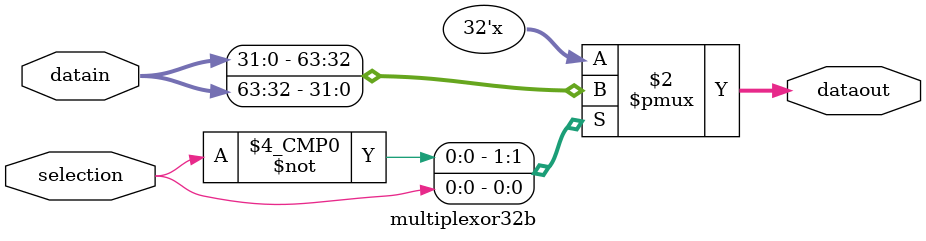
<source format=v>
module multiplexor32b #(
parameter R=2, //Número de señales de entrada
parameter T=32, //Número de bits sseñal de entrada
parameter N=1  //Número de bits dedicados para la selección de registros I/O TODO: Log2(N) Aproximar hacia arriba, por lo menos. 
)
(
input [N-1:0] selection,//Señal de selección para la escogencia del registro de salida.
input[R*T-1:0] datain,//Bus de datos de entrada. //TODO: Conectar siempre en orden desde 1 hasta la cantidad de registros totales. Así al seleccionar 1 se selecciona el registro 1 y así sucesivamente.
output reg [T-1:0] dataout//Datos escogidos.
);


//Operación de selección

always @(*) 
	begin
		case(selection)
			0: dataout=datain[31:0];
			1: dataout=datain[63:32];
			default dataout=0;
		endcase
	end
endmodule
</source>
